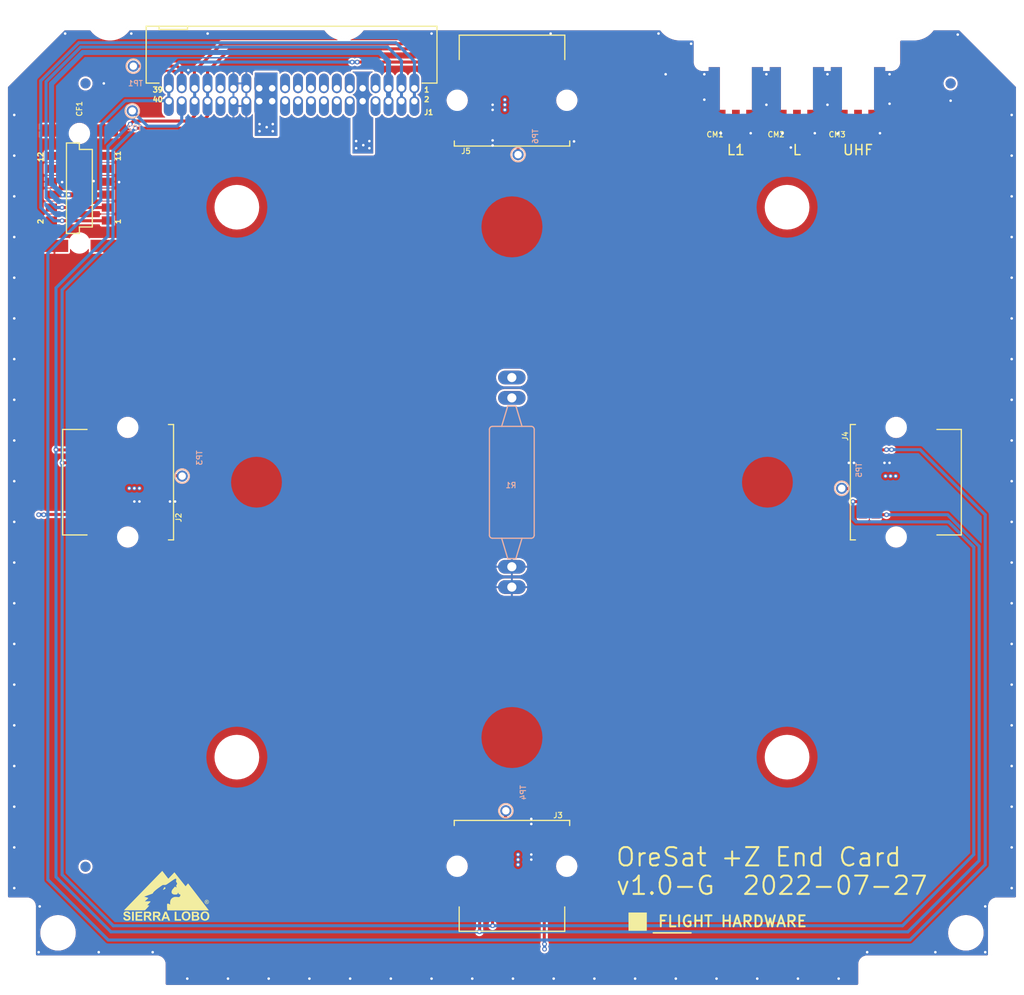
<source format=kicad_pcb>
(kicad_pcb (version 20211014) (generator pcbnew)
  (layers (0 "F.Cu" signal) (1 "In1.Cu" signal) (2 "In2.Cu" signal) (31 "B.Cu" signal) (34 "B.Paste" user) (35 "F.Paste" user) (36 "B.SilkS" user "B.Silkscreen") (37 "F.SilkS" user "F.Silkscreen") (38 "B.Mask" user) (39 "F.Mask" user) (44 "Edge.Cuts" user))
  (net 0 "")
  (net 1 "/CONNECTORS/MAG-SDA")
  (net 2 "GND")
  (net 3 "/CONNECTORS/MAG-SCL")
  (net 4 "/CONNECTORS/MAG-POWER")
  (net 9 "/L BAND/LBAND")
  (net 10 "/UHF/UHF")
  (net 17 "/CONNECTORS/~{SD}")
  (net 18 "/CONNECTORS/VBUS")
  (net 19 "Net-(J2-Pad7)")
  (net 20 "/CONNECTORS/CAN1_H")
  (net 21 "/CONNECTORS/CAN1_L")
  (net 22 "Net-(J3-Pad7)")
  (net 23 "Net-(J4-Pad7)")
  (net 24 "/CONNECTORS/C3-UART-TX")
  (net 25 "/CONNECTORS/C3-UART-RX")
  (net 26 "Net-(J5-Pad7)")
  (net 29 "/CONNECTORS/TURNSTILE-DEPLOY")
  (net 44 "/L1 BAND/L1BAND")
  (footprint "oresat-footprints:J-Harwin-M55-7101242R" (layer "F.Cu") (at 186.2511 102.5036 90)
    (fp_text reference "J4")
    (fp_text value "Harwin M55-7101242R" hide)
  )
  (footprint "oresat-footprints:J-MOLEX-SMPM-073300-003X" (layer "F.Cu") (at 176.5011 61.7036)
    (fp_text reference "CM2")
    (fp_text value "J-MOLEX-SMPM-73300-003X" hide)
  )
  (footprint "plusz-end-card-with-turnstile:1X01" (layer "F.Cu") (at 149.1011 70.3036 90)
    (fp_text reference "TP6")
    (fp_text value "TEST-POINT-LARGE-SQUARE" hide)
  )
  (footprint "oresat-footprints:H-MCMASTER-94100A150" (layer "F.Cu") (at 175.5311 129.5336)
    (fp_text reference "HW2" hide)
    (fp_text value "MCMASTER-94100A150" hide)
  )
  (footprint "oresat-footprints:H-MCMASTER-94100A150" (layer "F.Cu") (at 121.4711 75.4736)
    (fp_text reference "HW3" hide)
    (fp_text value "MCMASTER-94100A150" hide)
  )
  (footprint "oresat-footprints:J-MOLEX-SMPM-073300-003X" (layer "F.Cu") (at 182.5011 61.7036)
    (fp_text reference "CM3")
    (fp_text value "J-MOLEX-SMPM-73300-003X" hide)
  )
  (footprint "plusz-end-card-with-turnstile:1X01" (layer "F.Cu") (at 116.1011 101.9036 90)
    (fp_text reference "TP3")
    (fp_text value "TEST-POINT-LARGE-SQUARE" hide)
  )
  (footprint "oresat-footprints:J-Harwin-M55-7101242R" (layer "F.Cu") (at 148.5011 140.2536)
    (fp_text reference "J3")
    (fp_text value "Harwin M55-7101242R" hide)
  )
  (footprint "oresat-footprints:H-MCMASTER-94100A150" (layer "F.Cu") (at 121.4711 129.5336)
    (fp_text reference "HW4" hide)
    (fp_text value "MCMASTER-94100A150" hide)
  )
  (footprint "plusz-end-card-with-turnstile:ORESAT-CARD-V1.3-GENERIC-3RF" (layer "F.Cu") (at 98.601098 152.303607)
    (fp_text reference "PCB1" hide)
    (fp_text value "ORESAT-CARD-V1.3-GENERIC-3RF" hide)
    (fp_line (start 97.55 -8.6) (end 99.3 -8.6) (layer "Edge.Cuts") (width 0.001))
    (fp_line (start 31.66795 -94.6) (end 12.13205 -94.6) (layer "Edge.Cuts") (width 0.001))
    (fp_line (start 15.5 -2.4) (end 15.5 -0.5) (layer "Edge.Cuts") (width 0.001))
    (fp_line (start 82.81 -86.4) (end 84.99 -86.4) (layer "Edge.Cuts") (width 0.001))
    (fp_line (start 79.49 -86.9) (end 79.49 -90.6) (layer "Edge.Cuts") (width 0.001))
    (fp_line (start 89.4 -93.6) (end 88.16795 -93.6) (layer "Edge.Cuts") (width 0.001))
    (fp_line (start 68.13205 -93.1) (end 68.13205 -91.1) (layer "Edge.Cuts") (width 0.001))
    (fp_line (start 76.81 -86.4) (end 78.99 -86.4) (layer "Edge.Cuts") (width 0.001))
    (fp_line (start 3.25 -2.9) (end 15 -2.9) (layer "Edge.Cuts") (width 0.001))
    (fp_line (start 70.31 -90.6) (end 70.31 -86.9) (layer "Edge.Cuts") (width 0.001))
    (fp_line (start 76.31 -90.6) (end 73.49 -90.6) (layer "Edge.Cuts") (width 0.001))
    (fp_line (start 85.49 -86.9) (end 85.49 -90.6) (layer "Edge.Cuts") (width 0.001))
    (fp_line (start 94 -94.6) (end 91.13205 -94.6) (layer "Edge.Cuts") (width 0.001))
    (fp_line (start 66.4 -93.6) (end 67.63205 -93.6) (layer "Edge.Cuts") (width 0.001))
    (fp_line (start 82.31 -90.6) (end 79.49 -90.6) (layer "Edge.Cuts") (width 0.001))
    (fp_line (start 2.75 -8.1) (end 2.75 -3.4) (layer "Edge.Cuts") (width 0.001))
    (fp_line (start 5.8 -94.6) (end 0 -88.8) (layer "Edge.Cuts") (width 0.001))
    (fp_line (start 84.3 -0.5) (end 84.3 -2.4) (layer "Edge.Cuts") (width 0.001))
    (fp_line (start 82.31 -86.9) (end 82.31 -90.6) (layer "Edge.Cuts") (width 0.001))
    (fp_line (start 87.16795 -90.6) (end 85.49 -90.6) (layer "Edge.Cuts") (width 0.001))
    (fp_line (start 64.66795 -94.6) (end 35.13205 -94.6) (layer "Edge.Cuts") (width 0.001))
    (fp_line (start 97.05 -3.4) (end 97.05 -8.1) (layer "Edge.Cuts") (width 0.001))
    (fp_line (start 16 0) (end 83.8 0) (layer "Edge.Cuts") (width 0.001))
    (fp_line (start 87.66795 -93.1) (end 87.66795 -91.1) (layer "Edge.Cuts") (width 0.001))
    (fp_line (start 70.81 -86.4) (end 72.99 -86.4) (layer "Edge.Cuts") (width 0.001))
    (fp_line (start 76.31 -86.9) (end 76.31 -90.6) (layer "Edge.Cuts") (width 0.001))
    (fp_line (start 8.66795 -94.6) (end 5.8 -94.6) (layer "Edge.Cuts") (width 0.001))
    (fp_line (start 84.8 -2.9) (end 96.55 -2.9) (layer "Edge.Cuts") (width 0.001))
    (fp_line (start 68.63205 -90.6) (end 70.31 -90.6) (layer "Edge.Cuts") (width 0.001))
    (fp_line (start 73.49 -86.9) (end 73.49 -90.6) (layer "Edge.Cuts") (width 0.001))
    (fp_line (start 99.8 -9.1) (end 99.8 -88.8) (layer "Edge.Cuts") (width 0.001))
    (fp_line (start 0.5 -8.6) (end 2.25 -8.6) (layer "Edge.Cuts") (width 0.001))
    (fp_line (start 0 -88.8) (end 0 -9.1) (layer "Edge.Cuts") (width 0.001))
    (fp_line (start 99.8 -88.8) (end 94 -94.6) (layer "Edge.Cuts") (width 0.001))
    (fp_arc (start 0.5 -8.6) (mid 0.146447 -8.746447) (end 0 -9.1) (layer "Edge.Cuts") (width 0.001))
    (fp_arc (start 79.49 -86.9) (mid 79.343553 -86.546447) (end 78.99 -86.4) (layer "Edge.Cuts") (width 0.001))
    (fp_arc (start 85.49 -86.9) (mid 85.343553 -86.546447) (end 84.99 -86.4) (layer "Edge.Cuts") (width 0.001))
    (fp_arc (start 97.05 -3.4) (mid 96.903553 -3.046447) (end 96.55 -2.9) (layer "Edge.Cuts") (width 0.001))
    (fp_arc (start 16 0) (mid 15.646447 -0.146447) (end 15.5 -0.5) (layer "Edge.Cuts") (width 0.001))
    (fp_arc (start 91.132049 -94.6) (mid 90.399999 -93.86795) (end 89.4 -93.6) (layer "Edge.Cuts") (width 0.001))
    (fp_arc (start 66.399999 -93.6) (mid 65.4 -93.867949) (end 64.66795 -94.6) (layer "Edge.Cuts") (width 0.001))
    (fp_arc (start 99.8 -9.1) (mid 99.653553 -8.746447) (end 99.3 -8.6) (layer "Edge.Cuts") (width 0.001))
    (fp_arc (start 35.132049 -94.599999) (mid 33.399999 -93.600001) (end 31.66795 -94.6) (layer "Edge.Cuts") (width 0.001))
    (fp_arc (start 97.05 -8.1) (mid 97.196447 -8.453553) (end 97.55 -8.6) (layer "Edge.Cuts") (width 0.001))
    (fp_arc (start 70.81 -86.4) (mid 70.456447 -86.546447) (end 70.31 -86.9) (layer "Edge.Cuts") (width 0.001))
    (fp_arc (start 2.25 -8.6) (mid 2.603553 -8.453553) (end 2.75 -8.1) (layer "Edge.Cuts") (width 0.001))
    (fp_arc (start 82.81 -86.4) (mid 82.456447 -86.546447) (end 82.31 -86.9) (layer "Edge.Cuts") (width 0.001))
    (fp_arc (start 3.25 -2.9) (mid 2.896447 -3.046447) (end 2.75 -3.4) (layer "Edge.Cuts") (width 0.001))
    (fp_arc (start 84.3 -2.4) (mid 84.446447 -2.753553) (end 84.8 -2.9) (layer "Edge.Cuts") (width 0.001))
    (fp_arc (start 68.63205 -90.6) (mid 68.278522 -90.746472) (end 68.13205 -91.1) (layer "Edge.Cuts") (width 0.001))
    (fp_arc (start 84.3 -0.5) (mid 84.153553 -0.146447) (end 83.8 0) (layer "Edge.Cuts") (width 0.001))
    (fp_arc (start 87.66795 -91.1) (mid 87.521514 -90.746436) (end 87.16795 -90.6) (layer "Edge.Cuts") (width 0.001))
    (fp_arc (start 15 -2.9) (mid 15.353553 -2.753553) (end 15.5 -2.4) (layer "Edge.Cuts") (width 0.001))
    (fp_arc (start 73.49 -86.9) (mid 73.343553 -86.546447) (end 72.99 -86.4) (layer "Edge.Cuts") (width 0.001))
    (fp_arc (start 67.63205 -93.6) (mid 67.985578 -93.453528) (end 68.13205 -93.1) (layer "Edge.Cuts") (width 0.001))
    (fp_arc (start 87.66795 -93.1) (mid 87.814386 -93.453564) (end 88.16795 -93.6) (layer "Edge.Cuts") (width 0.001))
    (fp_arc (start 76.81 -86.4) (mid 76.456447 -86.546447) (end 76.31 -86.9) (layer "Edge.Cuts") (width 0.001))
    (fp_arc (start 12.132049 -94.599999) (mid 10.399999 -93.600001) (end 8.66795 -94.6) (layer "Edge.Cuts") (width 0.001))
  )
  (footprint "plusz-end-card-with-turnstile:1X01" (layer "F.Cu") (at 180.8988 103.1036 90)
    (fp_text reference "TP5")
    (fp_text value "TEST-POINT-LARGE-SQUARE" hide)
  )
  (footprint "oresat-footprints:J-SAMTEC-TFM-120-X1-XXX-D-RA" (layer "F.Cu") (at 126.8476 64.4144)
    (property "Value" "")
    (fp_text reference "J1")
    (fp_text value "J-SAMTEC-TFM-120-X1-XXX-D-RA")
  )
  (footprint "plusz-end-card-with-turnstile:FLIGHTMARKER_NEW_BOARDS" (layer "F.Cu") (at 160.2011 146.3036)
    (fp_text reference "U$1" hide)
    (fp_text value "FLIGHMARKERNEW" hide)
  )
  (footprint "oresat-footprints:J-MOLEX-SMPM-073300-003X" (layer "F.Cu") (at 170.501107 61.70361)
    (fp_text reference "CM1")
    (fp_text value "J-MOLEX-SMPM-73300-003X" hide)
  )
  (footprint "Foras_Promineo_Github_Local:Sierra_Lobo_Logo" (layer "F.Cu") (at 114.53 143.16)
    (fp_text reference "G***" hide)
    (fp_text value "LOGO" hide)
  )
  (footprint "plusz-end-card-with-turnstile:1X01" (layer "F.Cu") (at 111.3011 61.6036)
    (fp_text reference "TP1")
    (fp_text value "TEST-POINT-LARGE-SQUARE" hide)
  )
  (footprint "plusz-end-card-with-turnstile:1X01" (layer "F.Cu") (at 147.9011 134.8036 90)
    (fp_text reference "TP4")
    (fp_text value "TEST-POINT-LARGE-SQUARE" hide)
  )
  (footprint "oresat-footprints:J-Harwin-M55-7101242R" (layer "F.Cu") (at 110.7511 102.5036 -90)
    (fp_text reference "J2")
    (fp_text value "Harwin M55-7101242R" hide)
  )
  (footprint "plusz-end-card-with-turnstile:HARWIN-M55-60X1242R" (layer "F.Cu") (at 106.0011 73.6036 90)
    (fp_text reference "CF1")
    (fp_text value "J-HARWIN-M55-6001242R" hide)
  )
  (footprint "plusz-end-card-with-turnstile:FIDUCIAL-1.0X2.0" (layer "F.Cu") (at 191.6011 63.3036)
    (fp_text reference "FIDUCIAL3" hide)
    (fp_text value "FIDUCIAL-1.0X2.0" hide)
  )
  (footprint "oresat-footprints:H-MCMASTER-94100A150" (layer "F.Cu") (at 175.5311 75.4736)
    (fp_text reference "HW1" hide)
    (fp_text value "MCMASTER-94100A150" hide)
  )
  (footprint "plusz-end-card-with-turnstile:FIDUCIAL-1.0X2.0" (layer "F.Cu") (at 106.6011 140.3036)
    (fp_text reference "FIDUCIAL1" hide)
    (fp_text value "FIDUCIAL-1.0X2.0" hide)
  )
  (footprint "plusz-end-card-with-turnstile:1X01" (layer "F.Cu") (at 111.2011 66.0036)
    (fp_text reference "TP2")
    (fp_text value "TEST-POINT-LARGE-SQUARE" hide)
  )
  (footprint "plusz-end-card-with-turnstile:FIDUCIAL-1.0X2.0" (layer "F.Cu") (at 106.6011 63.3036)
    (fp_text reference "FIDUCIAL2" hide)
    (fp_text value "FIDUCIAL-1.0X2.0" hide)
  )
  (footprint "oresat-footprints:J-Harwin-M55-7101242R" (layer "F.Cu") (at 148.508 64.9594 180)
    (fp_text reference "J5")
    (fp_text value "Harwin M55-7101242R" hide)
  )
  (footprint "plusz-end-card-with-turnstile:FIDUCIAL-1.0X2.0" (layer "B.Cu") (at 106.6011 63.3036 180)
    (fp_text reference "FIDUCIAL4" hide)
    (fp_text value "FIDUCIAL-1.0X2.0" hide)
  )
  (footprint "plusz-end-card-with-turnstile:FIDUCIAL-1.0X2.0" (layer "B.Cu") (at 191.6011 63.3036 180)
    (fp_text reference "FIDUCIAL5" hide)
    (fp_text value "FIDUCIAL-1.0X2.0" hide)
  )
  (footprint "plusz-end-card-with-turnstile:FIDUCIAL-1.0X2.0" (layer "B.Cu") (at 106.6011 140.3036 180)
    (fp_text reference "FIDUCIAL6" hide)
    (fp_text value "FIDUCIAL-1.0X2.0" hide)
  )
  (footprint "oresat-footprints:R-PAC100-FOR-MELTWIRE" (layer "B.Cu") (at 148.4884 102.5144)
    (fp_text reference "R1")
    (fp_text value "7.5  1W" hide)
  )
  (gr_text "v1.0-G  2022-07-27" (at 158.601105 143.2036) (layer "F.SilkS") (effects (font (size 1.8 1.8) (thickness 0.2)) (justify left bottom)))
  (gr_text "OreSat +Z End Card" (at 158.601105 140.403605) (layer "F.SilkS") (effects (font (size 1.8 1.8) (thickness 0.2)) (justify left bottom)))
  (gr_text "L1\n" (at 170.499 69.85) (layer "F.SilkS") (effects (font (size 1 1))))
  (gr_text "L" (at 176.499 69.85) (layer "F.SilkS") (effects (font (size 1 1))))
  (gr_text "UHF" (at 182.499 69.85) (layer "F.SilkS") (effects (font (size 1 1))))
  (segment (start 108.7261 76.8036) (end 108.7511 76.7786) (width 0.3) (layer "F.Cu") (net 1))
  (segment (start 104.3011 76.8036) (end 108.7261 76.8036) (width 0.3) (layer "F.Cu") (net 1))
  (segment (start 104.3011 76.8036) (end 103.2761 76.8036) (width 0.3) (layer "F.Cu") (net 1))
  (segment (start 103.2761 76.8036) (end 103.2511 76.7786) (width 0.3) (layer "F.Cu") (net 1))
  (via (at 104.3011 76.8036) (size 0.4572) (drill 0.254) (layers "F.Cu" "B.Cu") (net 1))
  (segment (start 103.5011 76.8036) (end 104.3011 76.8036) (width 0.3) (layer "B.Cu") (net 1))
  (segment (start 138.9161 61.1186) (end 137.1011 59.3036) (width 0.3) (layer "B.Cu") (net 1))
  (segment (start 137.1011 59.3036) (end 105.9511 59.3036) (width 0.3) (layer "B.Cu") (net 1))
  (segment (start 138.9161 65.0386) (end 138.9161 63.7686) (width 0.3) (layer "B.Cu") (net 1))
  (segment (start 138.9161 63.7686) (end 138.9161 61.1186) (width 0.3) (layer "B.Cu") (net 1))
  (segment (start 102.2011 63.0536) (end 102.2011 75.5036) (width 0.3) (layer "B.Cu") (net 1))
  (segment (start 102.2011 75.5036) (end 103.5011 76.8036) (width 0.3) (layer "B.Cu") (net 1))
  (segment (start 105.9511 59.3036) (end 102.2011 63.0536) (width 0.3) (layer "B.Cu") (net 1))
  (segment (start 114.0211 104.4086) (end 112.7511 104.4086) (width 0.6) (layer "F.Cu") (net 2))
  (segment (start 114.8961 104.4086) (end 114.0211 104.4086) (width 0.6) (layer "F.Cu") (net 2))
  (segment (start 114.9011 104.4036) (end 114.8961 104.4086) (width 0.6) (layer "F.Cu") (net 2))
  (segment (start 146.5961 68.0236) (end 146.5961 66.7536) (width 0.6) (layer "F.Cu") (net 2))
  (segment (start 182.9811 100.5986) (end 184.2511 100.5986) (width 0.6) (layer "F.Cu") (net 2))
  (segment (start 146.6011 68.9036) (end 146.6011 68.0286) (width 0.6) (layer "F.Cu") (net 2))
  (segment (start 111.9011 104.4036) (end 111.4011 104.4036) (width 0.6) (layer "F.Cu") (net 2))
  (segment (start 150.4061 139.0986) (end 150.4011 139.1036) (width 0.6) (layer "F.Cu") (net 2))
  (segment (start 115.4011 104.4036) (end 114.9011 104.4036) (width 0.6) (layer "F.Cu") (net 2))
  (segment (start 146.6011 65.9036) (end 146.6011 65.4036) (width 0.6) (layer "F.Cu") (net 2))
  (segment (start 146.5961 66.7536) (end 146.5961 65.9086) (width 0.6) (layer "F.Cu") (net 2))
  (segment (start 146.5961 65.9086) (end 146.6011 65.9036) (width 0.6) (layer "F.Cu") (net 2))
  (segment (start 185.3961 100.5986) (end 185.4011 100.6036) (width 0.5) (layer "F.Cu") (net 2))
  (segment (start 150.4061 138.2536) (end 150.4061 139.0986) (width 0.6) (layer "F.Cu") (net 2))
  (segment (start 185.0961 100.5986) (end 185.1011 100.6036) (width 0.6) (layer "F.Cu") (net 2))
  (segment (start 150.4011 136.1036) (end 150.4061 136.1086) (width 0.6) (layer "F.Cu") (net 2))
  (segment (start 150.4061 136.1086) (end 150.4061 136.9836) (width 0.6) (layer "F.Cu") (net 2))
  (segment (start 146.6011 69.4036) (end 146.6011 68.9036) (width 0.6) (layer "F.Cu") (net 2))
  (segment (start 112.7511 104.4086) (end 111.9061 104.4086) (width 0.6) (layer "F.Cu") (net 2))
  (segment (start 184.2511 100.5986) (end 185.0961 100.5986) (width 0.6) (layer "F.Cu") (net 2))
  (segment (start 181.7961 100.5986) (end 181.7011 100.5036) (width 0.5) (layer "F.Cu") (net 2))
  (segment (start 182.1011 100.6036) (end 182.1061 100.5986) (width 0.6) (layer "F.Cu") (net 2))
  (segment (start 146.6011 68.0286) (end 146.5961 68.0236) (width 0.6) (layer "F.Cu") (net 2))
  (segment (start 111.9061 104.4086) (end 111.9011 104.4036) (width 0.6) (layer "F.Cu") (net 2))
  (segment (start 182.1061 100.5986) (end 182.9811 100.5986) (width 0.6) (layer "F.Cu") (net 2))
  (segment (start 150.4061 136.9836) (end 150.4061 138.2536) (width 0.6) (layer "F.Cu") (net 2))
  (via (at 146.6011 65.4036) (size 0.4572) (drill 0.254) (layers "F.Cu" "B.Cu") (net 2))
  (via (at 197.6011 90.4036) (size 0.4572) (drill 0.254) (layers "F.Cu" "B.Cu") (net 2))
  (via (at 99.6011 114.4036) (size 0.4572) (drill 0.254) (layers "F.Cu" "B.Cu") (net 2))
  (via (at 140.6011 58.4036) (size 0.4572) (drill 0.254) (layers "F.Cu" "B.Cu") (net 2))
  (via (at 171.958 68.199) (size 0.4572) (drill 0.254) (layers "F.Cu" "B.Cu") (net 2))
  (via (at 107.9011 148.7036) (size 0.4572) (drill 0.254) (layers "F.Cu" "B.Cu") (net 2))
  (via (at 109.9011 73.0036) (size 0.4572) (drill 0.254) (layers "F.Cu" "B.Cu") (net 2))
  (via (at 99.6011 102.4036) (size 0.4572) (drill 0.254) (layers "F.Cu" "B.Cu") (net 2))
  (via (at 99.6011 122.4036) (size 0.4572) (drill 0.254) (layers "F.Cu" "B.Cu") (net 2))
  (via (at 182.1011 100.6036) (size 0.4572) (drill 0.254) (layers "F.Cu" "B.Cu") (net 2))
  (via (at 166.1011 59.4036) (size 0.4572) (drill 0.254) (layers "F.Cu" "B.Cu") (net 2))
  (via (at 197.6011 142.4036) (size 0.4572) (drill 0.254) (layers "F.Cu" "B.Cu") (net 2))
  (via (at 146.6011 68.9036) (size 0.4572) (drill 0.254) (layers "F.Cu" "B.Cu") (net 2))
  (via (at 197.6011 66.4036) (size 0.4572) (drill 0.254) (layers "F.Cu" "B.Cu") (net 2))
  (via (at 197.6011 106.4036) (size 0.4572) (drill 0.254) (layers "F.Cu" "B.Cu") (net 2))
  (via (at 99.6011 70.4036) (size 0.4572) (drill 0.254) (layers "F.Cu" "B.Cu") (net 2))
  (via (at 190.1011 148.7036) (size 0.4572) (drill 0.254) (layers "F.Cu" "B.Cu") (net 2))
  (via (at 183.4011 148.7036) (size 0.4572) (drill 0.254) (layers "F.Cu" "B.Cu") (net 2))
  (via (at 140.6011 151.3036) (size 0.4572) (drill 0.254) (layers "F.Cu" "B.Cu") (net 2))
  (via (at 114.9011 104.4036) (size 0.4572) (drill 0.254) (layers "F.Cu" "B.Cu") (net 2))
  (via (at 99.6011 90.4036) (size 0.4572) (drill 0.254) (layers "F.Cu" "B.Cu") (net 2))
  (via (at 197.6011 98.4036) (size 0.4572) (drill 0.254) (layers "F.Cu" "B.Cu") (net 2))
  (via (at 173.5011 62.4036) (size 0.4572) (drill 0.254) (layers "F.Cu" "B.Cu") (net 2))
  (via (at 99.6011 86.4036) (size 0.4572) (drill 0.254) (layers "F.Cu" "B.Cu") (net 2))
  (via (at 167.4011 62.4036) (size 0.4572) (drill 0.254) (layers "F.Cu" "B.Cu") (net 2))
  (via (at 113.2011 148.7036) (size 0.4572) (drill 0.254) (layers "F.Cu" "B.Cu") (net 2))
  (via (at 197.6011 94.4036) (size 0.4572) (drill 0.254) (layers "F.Cu" "B.Cu") (net 2))
  (via (at 111.4011 104.4036) (size 0.4572) (drill 0.254) (layers "F.Cu" "B.Cu") (net 2))
  (via (at 180.6011 151.3036) (size 0.4572) (drill 0.254) (layers "F.Cu" "B.Cu") (net 2))
  (via (at 197.6011 86.4036) (size 0.4572) (drill 0.254) (layers "F.Cu" "B.Cu") (net 2))
  (via (at 99.6011 82.4036) (size 0.4572) (drill 0.254) (layers "F.Cu" "B.Cu") (net 2))
  (via (at 185.6011 100.6036) (size 0.4572) (drill 0.254) (layers "F.Cu" "B.Cu") (net 2))
  (via (at 120.6011 151.3036) (size 0.4572) (drill 0.254) (layers "F.Cu" "B.Cu") (net 2))
  (via (at 197.6011 122.4036) (size 0.4572) (drill 0.254) (layers "F.Cu" "B.Cu") (net 2))
  (via (at 146.6011 65.9036) (size 0.4572) (drill 0.254) (layers "F.Cu" "B.Cu") (net 2))
  (via (at 104.3011 73.0036) (size 0.4572) (drill 0.254) (layers "F.Cu" "B.Cu") (net 2))
  (via (at 197.6011 82.4036) (size 0.4572) (drill 0.254) (layers "F.Cu" "B.Cu") (net 2))
  (via (at 184.658 68.199) (size 0.4572) (drill 0.254) (layers "F.Cu" "B.Cu") (net 2))
  (via (at 111.1011 58.4036) (size 0.4572) (drill 0.254) (layers "F.Cu" "B.Cu") (net 2))
  (via (at 144.6011 151.3036) (size 0.4572) (drill 0.254) (layers "F.Cu" "B.Cu") (net 2))
  (via (at 185.6011 65.3036) (size 0.4572) (drill 0.254) (layers "F.Cu" "B.Cu") (net 2))
  (via (at 128.6011 151.3036) (size 0.4572) (drill 0.254) (layers "F.Cu" "B.Cu") (net 2))
  (via (at 156.6011 151.3036) (size 0.4572) (drill 0.254) (layers "F.Cu" "B.Cu") (net 2))
  (via (at 178.2572 68.199) (size 0.4572) (drill 0.254) (layers "F.Cu" "B.Cu") (net 2))
  (via (at 167.4011 64.9036) (size 0.4572) (drill 0.254) (layers "F.Cu" "B.Cu") (net 2))
  (via (at 150.4011 139.6036) (size 0.4572) (drill 0.254) (layers "F.Cu" "B.Cu") (net 2))
  (via (at 163.6011 62.4036) (size 0.4572) (drill 0.254) (layers "F.Cu" "B.Cu") (net 2))
  (via (at 169.037 68.199) (size 0.4572) (drill 0.254) (layers "F.Cu" "B.Cu") (net 2))
  (via (at 197.6011 114.4036) (size 0.4572) (drill 0.254) (layers "F.Cu" "B.Cu") (net 2))
  (via (at 99.6011 74.4036) (size 0.4572) (drill 0.254) (layers "F.Cu" "B.Cu") (net 2))
  (via (at 99.6011 106.4036) (size 0.4572) (drill 0.254) (layers "F.Cu" "B.Cu") (net 2))
  (via (at 99.6011 118.4036) (size 0.4572) (drill 0.254) (layers "F.Cu" "B.Cu") (net 2))
  (via (at 104.6011 58.4036) (size 0.4572) (drill 0.254) (layers "F.Cu" "B.Cu") (net 2))
  (via (at 99.6011 142.4036) (size 0.4572) (drill 0.254) (layers "F.Cu" "B.Cu") (net 2))
  (via (at 102.1011 144.2036) (size 0.4572) (drill 0.254) (layers "F.Cu" "B.Cu") (net 2))
  (via (at 185.6011 62.4036) (size 0.4572) (drill 0.254) (layers "F.Cu" "B.Cu") (net 2))
  (via (at 197.6011 74.4036) (size 0.4572) (drill 0.254) (layers "F.Cu" "B.Cu") (net 2))
  (via (at 108.4011 63.3036) (size 0.4572) (drill 0.254) (layers "F.Cu" "B.Cu") (net 2))
  (via (at 179.5011 65.4036) (size 0.4572) (drill 0.254) (layers "F.Cu" "B.Cu") (net 2))
  (via (at 116.6011 151.3036) (size 0.4572) (drill 0.254) (layers "F.Cu" "B.Cu") (net 2))
  (via (at 124.6011 151.3036) (size 0.4572) (drill 0.254) (layers "F.Cu" "B.Cu") (net 2))
  (via (at 172.6011 151.3036) (size 0.4572) (drill 0.254) (layers "F.Cu" "B.Cu") (net 2))
  (via (at 99.6011 134.4036) (size 0.4572) (drill 0.254) (layers "F.Cu" "B.Cu") (net 2))
  (via (at 179.5011 62.4036) (size 0.4572) (drill 0.254) (layers "F.Cu" "B.Cu") (net 2))
  (via (at 180.5432 68.199) (size 0.4572) (drill 0.254) (layers "F.Cu" "B.Cu") (net 2))
  (via (at 197.6011 130.4036) (size 0.4572) (drill 0.254) (layers "F.Cu" "B.Cu") (net 2))
  (via (at 197.6011 110.4036) (size 0.4572) (drill 0.254) (layers "F.Cu" "B.Cu") (net 2))
  (via (at 197.6011 138.4036) (size 0.4572) (drill 0.254) (layers "F.Cu" "B.Cu") (net 2))
  (via (at 150.4011 135.6036) (size 0.4572) (drill 0.254) (layers "F.Cu" "B.Cu") (net 2))
  (via (at 175.9011 69.6036) (size 0.4572) (drill 0.254) (layers "F.Cu" "B.Cu") (net 2))
  (via (at 164.6011 151.3036) (size 0.4572) (drill 0.254) (layers "F.Cu" "B.Cu") (net 2))
  (via (at 118.6011 58.4036) (size 0.4572) (drill 0.254) (layers "F.Cu" "B.Cu") (net 2))
  (via (at 152.3011 58.4036) (size 0.4572) (drill 0.254) (layers "F.Cu" "B.Cu") (net 2))
  (via (at 111.9011 104.4036) (size 0.4572) (drill 0.254) (layers "F.Cu" "B.Cu") (net 2))
  (via (at 99.6011 78.4036) (size 0.4572) (drill 0.254) (layers "F.Cu" "B.Cu") (net 2))
  (via (at 150.4011 136.1036) (size 0.4572) (drill 0.254) (layers "F.Cu" "B.Cu") (net 2))
  (via (at 99.6011 126.4036) (size 0.4572) (drill 0.254) (layers "F.Cu" "B.Cu") (net 2))
  (via (at 197.6011 134.4036) (size 0.4572) (drill 0.254) (layers "F.Cu" "B.Cu") (net 2))
  (via (at 192.3011 58.5036) (size 0.4572) (drill 0.254) (layers "F.Cu" "B.Cu") (net 2))
  (via (at 136.6011 151.3036) (size 0.4572) (drill 0.254) (layers "F.Cu" "B.Cu") (net 2))
  (via (at 99.6011 98.4036) (size 0.4572) (drill 0.254) (layers "F.Cu" "B.Cu") (net 2))
  (via (at 197.6011 126.4036) (size 0.4572) (drill 0.254) (layers "F.Cu" "B.Cu") (net 2))
  (via (at 195.0011 148.7036) (size 0.4572) (drill 0.254) (layers "F.Cu" "B.Cu") (net 2))
  (via (at 176.6011 151.3036) (size 0.4572) (drill 0.254) (layers "F.Cu" "B.Cu") (net 2))
  (via (at 107.4011 72.9036) (size 0.4572) (drill 0.254) (layers "F.Cu" "B.Cu") (net 2))
  (via (at 185.1011 100.6036) (size 0.4572) (drill 0.254) (layers "F.Cu" "B.Cu") (net 2))
  (via (at 162.9011 58.4036) (size 0.4572) (drill 0.254) (layers "F.Cu" "B.Cu") (net 2))
  (via (at 160.6011 151.3036) (size 0.4572) (drill 0.254) (layers "F.Cu" "B.Cu") (net 2))
  (via (at 115.4011 104.4036) (size 0.4572) (drill 0.254) (layers "F.Cu" "B.Cu") (net 2))
  (via (at 99.6011 66.4036) (size 0.4572) (drill 0.254) (layers "F.Cu" "B.Cu") (net 2))
  (via (at 175.0568 68.199) (size 0.4572) (drill 0.254) (layers "F.Cu" "B.Cu") (net 2))
  (via (at 197.6011 102.4036) (size 0.4572) (drill 0.254) (layers "F.Cu" "B.Cu") (net 2))
  (via (at 150.4011 139.1036) (size 0.4572) (drill 0.254) (layers "F.Cu" "B.Cu") (net 2))
  (via (at 197.6011 78.4036) (size 0.4572) (drill 0.254) (layers "F.Cu" "B.Cu") (net 2))
  (via (at 116.7011 62.0036) (size 0.4572) (drill 0.254) (layers "F.Cu" "B.Cu") (net 2))
  (via (at 168.6011 151.3036) (size 0.4572) (drill 0.254) (layers "F.Cu" "B.Cu") (net 2))
  (via (at 146.6011 69.4036) (size 0.4572) (drill 0.254) (layers "F.Cu" "B.Cu") (net 2))
  (via (at 99.6011 138.4036) (size 0.4572) (drill 0.254) (layers "F.Cu" "B.Cu") (net 2))
  (via (at 197.6011 70.4036) (size 0.4572) (drill 0.254) (layers "F.Cu" "B.Cu") (net 2))
  (via (at 102.0011 148.7036) (size 0.4572) (drill 0.254) (layers "F.Cu" "B.Cu") (net 2))
  (via (at 132.6011 151.3036) (size 0.4572) (drill 0.254) (layers "F.Cu" "B.Cu") (net 2))
  (via (at 148.6011 151.3036) (size 0.4572) (drill 0.254) (layers "F.Cu" "B.Cu") (net 2))
  (via (at 99.6011 110.4036) (size 0.4572) (drill 0.254) (layers "F.Cu" "B.Cu") (net 2))
  (via (at 152.6011 151.3036) (size 0.4572) (drill 0.254) (layers "F.Cu" "B.Cu") (net 2))
  (via (at 99.6011 130.4036) (size 0.4572) (drill 0.254) (layers "F.Cu" "B.Cu") (net 2))
  (via (at 197.6011 118.4036) (size 0.4572) (drill 0.254) (layers "F.Cu" "B.Cu") (net 2))
  (via (at 173.5011 65.4036) (size 0.4572) (drill 0.254) (layers "F.Cu" "B.Cu") (net 2))
  (via (at 99.6011 94.4036) (size 0.4572) (drill 0.254) (layers "F.Cu" "B.Cu") (net 2))
  (via (at 154.6011 69.0036) (size 0.4572) (drill 0.254) (layers "F.Cu" "B.Cu") (net 2))
  (via (at 191.6011 65.0036) (size 0.4572) (drill 0.254) (layers "F.Cu" "B.Cu") (net 2))
  (via (at 181.6011 100.6036) (size 0.4572) (drill 0.254) (layers "F.Cu" "B.Cu") (net 2))
  (via (at 195.0011 144.2036) (size 0.4572) (drill 0.254) (layers "F.Cu" "B.Cu") (net 2))
  (segment (start 104.3011 75.5036) (end 103.2561 75.5036) (width 0.3) (layer "F.Cu") (net 3))
  (segment (start 103.2561 75.5036) (end 103.2511 75.5086) (width 0.3) (layer "F.Cu") (net 3))
  (segment (start 108.7461 75.5036) (end 108.7511 75.5086) (width 0.3) (layer "F.Cu") (net 3))
  (segment (start 104.3011 75.5036) (end 108.7461 75.5036) (width 0.3) (layer "F.Cu") (net 3))
  (via (at 104.3011 75.5036) (size 0.4572) (drill 0.254) (layers "F.Cu" "B.Cu") (net 3))
  (segment (start 102.728037 74.530538) (end 103.7011 75.5036) (width 0.3) (layer "B.Cu") (net 3))
  (segment (start 137.6461 61.0756) (end 136.3011 59.7306) (width 0.3) (layer "B.Cu") (net 3))
  (segment (start 137.6461 63.7686) (end 137.6461 65.0386) (width 0.3) (layer "B.Cu") (net 3))
  (segment (start 103.7011 75.5036) (end 104.3011 75.5036) (width 0.3) (layer "B.Cu") (net 3))
  (segment (start 137.6461 63.7686) (end 137.6461 61.0756) (width 0.3) (layer "B.Cu") (net 3))
  (segment (start 136.3011 59.7306) (end 106.127975 59.7306) (width 0.3) (layer "B.Cu") (net 3))
  (segment (start 106.127975 59.7306) (end 102.728037 63.130538) (width 0.3) (layer "B.Cu") (net 3))
  (segment (start 102.728037 63.130538) (end 102.728037 74.530538) (width 0.3) (layer "B.Cu") (net 3))
  (segment (start 108.7361 74.2536) (end 108.7511 74.2386) (width 0.5) (layer "F.Cu") (net 4))
  (segment (start 103.2661 74.2536) (end 103.2511 74.2386) (width 0.5) (layer "F.Cu") (net 4))
  (segment (start 104.3511 74.2536) (end 108.7361 74.2536) (width 0.5) (layer "F.Cu") (net 4))
  (segment (start 104.3511 74.2536) (end 103.2661 74.2536) (width 0.5) (layer "F.Cu") (net 4))
  (via (at 104.3511 74.2536) (size 0.4572) (drill 0.254) (layers "F.Cu" "B.Cu") (net 4))
  (via (at 104.9511 74.2536) (size 0.4572) (drill 0.254) (layers "F.Cu" "B.Cu") (net 4))
  (segment (start 104.3511 74.2536) (end 104.9511 74.2536) (width 0.5) (layer "B.Cu") (net 4))
  (segment (start 136.3761 61.1326) (end 135.5011 60.2576) (width 0.5) (layer "B.Cu") (net 4))
  (segment (start 103.255037 63.348832) (end 103.255037 73.157538) (width 0.5) (layer "B.Cu") (net 4))
  (segment (start 106.346268 60.2576) (end 103.255037 63.348832) (width 0.5) (layer "B.Cu") (net 4))
  (segment (start 136.3761 63.7686) (end 136.3761 61.1326) (width 0.5) (layer "B.Cu") (net 4))
  (segment (start 103.255037 73.157538) (end 104.3511 74.2536) (width 0.5) (layer "B.Cu") (net 4))
  (segment (start 135.5011 60.2576) (end 106.346268 60.2576) (width 0.5) (layer "B.Cu") (net 4))
  (segment (start 136.3761 65.0386) (end 136.3761 63.7686) (width 0.5) (layer "B.Cu") (net 4))
  (segment (start 185.3011 99.3286) (end 185.3011 99.3036) (width 0.3) (layer "F.Cu") (net 17))
  (segment (start 151.7011 147.9036) (end 151.7011 148.4036) (width 0.3) (layer "F.Cu") (net 17))
  (segment (start 102.0261 105.6786) (end 102.0011 105.7036) (width 0.3) (layer "F.Cu") (net 17))
  (segment (start 151.6761 136.9836) (end 151.6761 138.2536) (width 0.3) (layer "F.Cu") (net 17))
  (segment (start 145.3261 61.6286) (end 144.2011 60.5036) (width 0.3) (layer "F.Cu") (net 17))
  (segment (start 145.3261 66.7536) (end 145.3261 61.6286) (width 0.3) (layer "F.Cu") (net 17))
  (segment (start 185.8011 99.3036) (end 185.3011 99.3036) (width 0.3) (layer "F.Cu") (net 17))
  (segment (start 144.2011 60.5036) (end 140.7011 60.5036) (width 0.3) (layer "F.Cu") (net 17))
  (segment (start 182.9811 99.3286) (end 184.2511 99.3286) (width 0.3) (layer "F.Cu") (net 17))
  (segment (start 151.6761 138.2536) (end 151.6761 147.878604) (width 0.3) (layer "F.Cu") (net 17))
  (segment (start 140.7011 60.5036) (end 140.0011 61.2036) (width 0.3) (layer "F.Cu") (net 17))
  (segment (start 140.0011 61.2036) (end 132.8011 61.2036) (width 0.3) (layer "F.Cu") (net 17))
  (segment (start 151.7011 147.9036) (end 151.6761 147.878604) (width 0.3) (layer "F.Cu") (net 17))
  (segment (start 145.3261 68.0236) (end 145.3261 66.7536) (width 0.3) (layer "F.Cu") (net 17))
  (segment (start 184.2511 99.3286) (end 185.3011 99.3286) (width 0.3) (layer "F.Cu") (net 17))
  (segment (start 112.7511 105.6786) (end 102.0261 105.6786) (width 0.3) (layer "F.Cu") (net 17))
  (segment (start 114.0211 105.6786) (end 112.7511 105.6786) (width 0.3) (layer "F.Cu") (net 17))
  (via (at 133.3011 61.2036) (size 0.4572) (drill 0.254) (layers "F.Cu" "B.Cu") (net 17))
  (via (at 102.5011 105.7036) (size 0.4572) (drill 0.254) (layers "F.Cu" "B.Cu") (net 17))
  (via (at 185.8011 99.3036) (size 0.4572) (drill 0.254) (layers "F.Cu" "B.Cu") (net 17))
  (via (at 151.7011 147.9036) (size 0.4572) (drill 0.254) (layers "F.Cu" "B.Cu") (net 17))
  (via (at 185.3011 99.3036) (size 0.4572) (drill 0.254) (layers "F.Cu" "B.Cu") (net 17))
  (via (at 151.7011 148.4036) (size 0.4572) (drill 0.254) (layers "F.Cu" "B.Cu") (net 17))
  (via (at 102.0011 105.7036) (size 0.4572) (drill 0.254) (layers "F.Cu" "B.Cu") (net 17))
  (via (at 132.8011 61.2036) (size 0.4572) (drill 0.254) (layers "F.Cu" "B.Cu") (net 17))
  (segment (start 110.5011 65.0036) (end 114.7511 65.0036) (width 0.3) (layer "B.Cu") (net 17))
  (segment (start 187.6011 147.5036) (end 151.7011 147.5036) (width 0.3) (layer "B.Cu") (net 17))
  (segment (start 151.7011 147.5036) (end 151.7011 147.9036) (width 0.3) (layer "B.Cu") (net 17))
  (segment (start 114.7861 63.7686) (end 114.7861 65.0386) (width 0.3) (layer "B.Cu") (net 17))
  (segment (start 187.6011 147.5036) (end 195.0011 140.1036) (width 0.3) (layer "B.Cu") (net 17))
  (segment (start 102.9011 105.7036) (end 102.9011 80.0036) (width 0.3) (layer "B.Cu") (net 17))
  (segment (start 132.8011 61.2036) (end 115.8011 61.2036) (width 0.3) (layer "B.Cu") (net 17))
  (segment (start 108.8326 147.5036) (end 102.9011 141.5721) (width 0.3) (layer "B.Cu") (net 17))
  (segment (start 185.3011 99.3036) (end 188.6011 99.3036) (width 0.3) (layer "B.Cu") (net 17))
  (segment (start 102.9011 105.7036) (end 102.5011 105.7036) (width 0.3) (layer "B.Cu") (net 17))
  (segment (start 102.5011 105.7036) (end 102.0011 105.7036) (width 0.3) (layer "B.Cu") (net 17))
  (segment (start 108.1011 67.4036) (end 110.5011 65.0036) (width 0.3) (layer "B.Cu") (net 17))
  (segment (start 151.7011 147.5036) (end 108.8326 147.5036) (width 0.3) (layer "B.Cu") (net 17))
  (segment (start 114.7511 65.0036) (end 114.7861 65.0386) (width 0.3) (layer "B.Cu") (net 17))
  (segment (start 102.9011 80.0036) (end 108.1011 74.8036) (width 0.3) (layer "B.Cu") (net 17))
  (segment (start 102.9011 141.5721) (end 102.9011 105.7036) (width 0.3) (layer "B.Cu") (net 17))
  (segment (start 151.7011 147.9036) (end 151.7011 148.4036) (width 0.3) (layer "B.Cu") (net 17))
  (segment (start 188.6011 99.3036) (end 195.0011 105.7036) (width 0.3) (layer "B.Cu") (net 17))
  (segment (start 114.7861 63.7686) (end 114.7861 62.2186) (width 0.3) (layer "B.Cu") (net 17))
  (segment (start 115.8011 61.2036) (end 114.7861 62.2186) (width 0.3) (layer "B.Cu") (net 17))
  (segment (start 133.3011 61.2036) (end 132.8011 61.2036) (width 0.3) (layer "B.Cu") (net 17))
  (segment (start 195.0011 140.1036) (end 195.0011 105.7036) (width 0.3) (layer "B.Cu") (net 17))
  (segment (start 108.1011 67.4036) (end 108.1011 74.8036) (width 0.3) (layer "B.Cu") (net 17))
  (segment (start 147.8661 68.0236) (end 147.8661 66.7536) (width 0.5) (layer "F.Cu") (net 18))
  (via (at 147.8011 64.9036) (size 0.4572) (drill 0.254) (layers "F.Cu" "B.Cu") (net 18))
  (via (at 186.2011 101.9036) (size 0.4572) (drill 0.254) (layers "F.Cu" "B.Cu") (net 18))
  (via (at 149.1011 140.1036) (size 0.4572) (drill 0.254) (layers "F.Cu" "B.Cu") (net 18))
  (via (at 123.7011 67.3036) (size 0.4572) (drill 0.254) (layers "F.Cu" "B.Cu") (net 18))
  (via (at 123.7011 68.0036) (size 0.4572) (drill 0.254) (layers "F.Cu" "B.Cu") (net 18))
  (via (at 124.4011 67.6036) (size 0.4572) (drill 0.254) (layers "F.Cu" "B.Cu") (net 18))
  (via (at 111.4011 103.1036) (size 0.4572) (drill 0.254) (layers "F.Cu" "B.Cu") (net 18))
  (via (at 149.1011 139.1036) (size 0.4572) (drill 0.254) (layers "F.Cu" "B.Cu") (net 18))
  (via (at 111.9011 103.1036) (size 0.4572) (drill 0.254) (layers "F.Cu" "B.Cu") (net 18))
  (via (at 125.0011 68.0036) (size 0.4572) (drill 0.254) (layers "F.Cu" "B.Cu") (net 18))
  (via (at 149.1011 139.6036) (size 0.4572) (drill 0.254) (layers "F.Cu" "B.Cu") (net 18))
  (via (at 125.0011 67.3036) (size 0.4572) (drill 0.254) (layers "F.Cu" "B.Cu") (net 18))
  (via (at 147.8011 65.9036) (size 0.4572) (drill 0.254) (layers "F.Cu" "B.Cu") (net 18))
  (via (at 185.2011 101.9036) (size 0.4572) (drill 0.254) (layers "F.Cu" "B.Cu") (net 18))
  (via (at 185.7011 101.9036) (size 0.4572) (drill 0.254) (layers "F.Cu" "B.Cu") (net 18))
  (via (at 110.9011 103.1036) (size 0.4572) (drill 0.254) (layers "F.Cu" "B.Cu") (net 18))
  (via (at 147.8011 65.4036) (size 0.4572) (drill 0.254) (layers "F.Cu" "B.Cu") (net 18))
  (segment (start 116.0661 101.8686) (end 116.1011 101.9036) (width 0.3) (layer "F.Cu") (net 19))
  (segment (start 112.7511 101.8686) (end 114.0211 101.8686) (width 0.3) (layer "F.Cu") (net 19))
  (segment (start 114.0211 101.8686) (end 116.0661 101.8686) (width 0.3) (layer "F.Cu") (net 19))
  (segment (start 104.3061 100.5986) (end 104.3011 100.6036) (width 0.3) (layer "F.Cu") (net 20))
  (segment (start 118.5961 62.1086) (end 118.5961 63.7686) (width 0.3) (layer "F.Cu") (net 20))
  (segment (start 150.4061 64.6086) (end 145.7011 59.9036) (width 0.3) (layer "F.Cu") (net 20))
  (segment (start 146.5961 138.2536) (end 146.5961 146.1036) (width 0.3) (layer "F.Cu") (net 20))
  (segment (start 150.4061 66.7536) (end 150.4061 64.6086) (width 0.3) (layer "F.Cu") (net 20))
  (segment (start 150.4061 68.0236) (end 150.4061 66.7536) (width 0.3) (layer "F.Cu") (net 20))
  (segment (start 112.7511 100.5986) (end 104.3061 100.5986) (width 0.3) (layer "F.Cu") (net 20))
  (segment (start 120.8011 59.9036) (end 118.5961 62.1086) (width 0.3) (layer "F.Cu") (net 20))
  (segment (start 182.9811 104.4086) (end 182.0011 104.4086) (width 0.3) (layer "F.Cu") (net 20))
  (segment (start 114.0211 100.5986) (end 112.7511 100.5986) (width 0.3) (layer "F.Cu") (net 20))
  (segment (start 145.7011 59.9036) (end 120.8011 59.9036) (width 0.3) (layer "F.Cu") (net 20))
  (segment (start 117.4011 67.7036) (end 111.5011 67.7036) (width 0.3) (layer "F.Cu") (net 20))
  (segment (start 118.5961 65.0386) (end 118.5961 66.5086) (width 0.3) (layer "F.Cu") (net 20))
  (segment (start 146.5961 146.1036) (end 146.6011 146.1036) (width 0.3) (layer "F.Cu") (net 20))
  (segment (start 182.0011 104.4086) (end 182.0011 104.4036) (width 0.3) (layer "F.Cu") (net 20))
  (segment (start 118.5961 66.5086) (end 117.4011 67.7036) (width 0.3) (layer "F.Cu") (net 20))
  (segment (start 146.5961 136.9836) (end 146.5961 138.2536) (width 0.3) (layer "F.Cu") (net 20))
  (segment (start 184.2511 104.4086) (end 182.9811 104.4086) (width 0.3) (layer "F.Cu") (net 20))
  (via (at 104.3011 100.6036) (size 0.4572) (drill 0.254) (layers "F.Cu" "B.Cu") (net 20))
  (via (at 182.0011 104.4036) (size 0.4572) (drill 0.254) (layers "F.Cu" "B.Cu") (net 20))
  (via (at 146.6011 146.1036) (size 0.4572) (drill 0.254) (layers "F.Cu" "B.Cu") (net 20))
  (via (at 111.5011 67.7036) (size 0.4572) (drill 0.254) (layers "F.Cu" "B.Cu") (net 20))
  (segment (start 104.3011 100.6036) (end 104.3011 141.0766) (width 0.3) (layer "B.Cu") (net 20))
  (segment (start 111.5011 67.7036) (end 109.3011 69.9036) (width 0.3) (layer "B.Cu") (net 20))
  (segment (start 118.5961 65.0386) (end 118.5961 63.7686) (width 0.3) (layer "B.Cu") (net 20))
  (segment (start 182.3011 106.4036) (end 191.397225 106.4036) (width 0.3) (layer "B.Cu") (net 20))
  (segment (start 186.8741 146.1036) (end 193.8741 139.1036) (width 0.3) (layer "B.Cu") (net 20))
  (segment (start 104.3011 83.6036) (end 104.3011 100.6036) (width 0.3) (layer "B.Cu") (net 20))
  (segment (start 109.3011 78.6036) (end 104.3011 83.6036) (width 0.3) (layer "B.Cu") (net 20))
  (segment (start 186.8741 146.1036) (end 146.6011 146.1036) (width 0.3) (layer "B.Cu") (net 20))
  (segment (start 109.3011 69.9036) (end 109.3011 78.6036) (width 0.3) (layer "B.Cu") (net 20))
  (segment (start 104.3011 141.0766) (end 109.3281 146.1036) (width 0.3) (layer "B.Cu") (net 20))
  (segment (start 193.8741 108.880475) (end 191.397225 106.4036) (width 0.3) (layer "B.Cu") (net 20))
  (segment (start 182.0011 104.4036) (end 182.0011 106.1036) (width 0.3) (layer "B.Cu") (net 20))
  (segment (start 193.8741 139.1036) (end 193.8741 108.880475) (width 0.3) (layer "B.Cu") (net 20))
  (segment (start 182.0011 106.1036) (end 182.3011 106.4036) (width 0.3) (layer "B.Cu") (net 20))
  (segment (start 146.6011 146.1036) (end 109.3281 146.1036) (width 0.3) (layer "B.Cu") (net 20))
  (segment (start 114.0211 99.3286) (end 112.7511 99.3286) (width 0.3) (layer "F.Cu") (net 21))
  (segment (start 184.2511 105.6786) (end 182.9811 105.6786) (width 0.3) (layer "F.Cu") (net 21))
  (segment (start 112.7511 99.3286) (end 103.7261 99.3286) (width 0.3) (layer "F.Cu") (net 21))
  (segment (start 184.2511 105.7036) (end 184.2511 105.6786) (width 0.3) (layer "F.Cu") (net 21))
  (segment (start 151.6761 64.4786) (end 146.6011 59.4036) (width 0.3) (layer "F.Cu") (net 21))
  (segment (start 117.3261 65.0386) (end 117.3261 66.4786) (width 0.3) (layer "F.Cu") (net 21))
  (segment (start 116.8011 67.0036) (end 111.3011 67.0036) (width 0.3) (layer "F.Cu") (net 21))
  (segment (start 111.3011 67.0036) (end 111.0011 67.3036) (width 0.3) (layer "F.Cu") (net 21))
  (segment (start 117.3011 62.1036) (end 117.3011 63.7436) (width 0.3) (layer "F.Cu") (net 21))
  (segment (start 145.3261 136.9836) (end 145.3261 138.2536) (width 0.3) (layer "F.Cu") (net 21))
  (segment (start 120.0011 59.4036) (end 117.3011 62.1036) (width 0.3) (layer "F.Cu") (net 21))
  (segment (start 117.3011 63.7436) (end 117.3261 63.7686) (width 0.3) (layer "F.Cu") (net 21))
  (segment (start 117.3261 66.4786) (end 116.8011 67.0036) (width 0.3) (layer "F.Cu") (net 21))
  (segment (start 146.6011 59.4036) (end 120.0011 59.4036) (width 0.3) (layer "F.Cu") (net 21))
  (segment (start 145.3261 146.698) (end 145.3011 146.698) (width 0.3) (layer "F.Cu") (net 21))
  (segment (start 145.3261 138.2536) (end 145.3261 146.698) (width 0.3) (layer "F.Cu") (net 21))
  (segment (start 151.6761 66.7536) (end 151.6761 64.4786) (width 0.3) (layer "F.Cu") (net 21))
  (segment (start 185.3011 105.7036) (end 184.2511 105.7036) (width 0.3) (layer "F.Cu") (net 21))
  (segment (start 103.7261 99.3286) (end 103.7011 99.3036) (width 0.3) (layer "F.Cu") (net 21))
  (segment (start 151.6761 68.0236) (end 151.6761 66.7536) (width 0.3) (layer "F.Cu") (net 21))
  (via (at 185.3011 105.7036) (size 0.4572) (drill 0.254) (layers "F.Cu" "B.Cu") (net 21))
  (via (at 111.0011 67.3036) (size 0.4572) (drill 0.254) (layers "F.Cu" "B.Cu") (net 21))
  (via (at 145.3011 146.698) (size 0.4572) (drill 0.254) (layers "F.Cu" "B.Cu") (net 21))
  (via (at 103.7011 99.3036) (size 0.4572) (drill 0.254) (layers "F.Cu" "B.Cu") (net 21))
  (segment (start 103.7011 99.3036) (end 103.7011 141.3036) (width 0.3) (layer "B.Cu") (net 21))
  (segment (start 109.1011 146.7036) (end 145.3011 146.7036) (width 0.3) (layer "B.Cu") (net 21))
  (segment (start 194.4011 108.8036) (end 191.3011 105.7036) (width 0.3) (layer "B.Cu") (net 21))
  (segment (start 187.4011 146.7036) (end 194.4011 139.7036) (width 0.3) (layer "B.Cu") (net 21))
  (segment (start 103.7011 83.4036) (end 103.7011 99.3036) (width 0.3) (layer "B.Cu") (net 21))
  (segment (start 117.3261 63.7686) (end 117.3261 65.0386) (width 0.3) (layer "B.Cu") (net 21))
  (segment (start 145.3011 146.698) (end 145.3011 146.7036) (width 0.3) (layer "B.Cu") (net 21))
  (segment (start 191.3011 105.7036) (end 185.3011 105.7036) (width 0.3) (layer "B.Cu") (net 21))
  (segment (start 108.8011 69.5036) (end 108.8011 78.3036) (width 0.3) (layer "B.Cu") (net 21))
  (segment (start 108.8011 78.3036) (end 103.7011 83.4036) (width 0.3) (layer "B.Cu") (net 21))
  (segment (start 187.4011 146.7036) (end 145.3011 146.7036) (width 0.3) (layer "B.Cu") (net 21))
  (segment (start 111.0011 67.3036) (end 108.8011 69.5036) (width 0.3) (layer "B.Cu") (net 21))
  (segment (start 103.7011 141.3036) (end 109.1011 146.7036) (width 0.3) (layer "B.Cu") (net 21))
  (segment (start 194.4011 139.7036) (end 194.4011 108.8036) (width 0.3) (layer "B.Cu") (net 21))
  (segment (start 147.8661 136.9836) (end 147.8661 134.8036) (width 0.3) (layer "F.Cu") (net 22))
  (segment (start 147.8661 134.8036) (end 147.9011 134.8036) (width 0.3) (layer "F.Cu") (net 22))
  (segment (start 147.8661 138.2536) (end 147.8661 136.9836) (width 0.3) (layer "F.Cu") (net 22))
  (segment (start 181.0011 103.1386) (end 181.0011 103.1036) (width 0.3) (layer "F.Cu") (net 23))
  (segment (start 184.2511 103.1386) (end 182.9811 103.1386) (width 0.3) (layer "F.Cu") (net 23))
  (segment (start 182.9811 103.1386) (end 181.0011 103.1386) (width 0.3) (layer "F.Cu") (net 23))
  (segment (start 115.6011 61.6036) (end 111.3011 61.6036) (width 0.3) (layer "F.Cu") (net 24))
  (segment (start 116.0561 62.0586) (end 115.6011 61.6036) (width 0.3) (layer "F.Cu") (net 24))
  (segment (start 116.0561 63.7686) (end 116.0561 62.0586) (width 0.3) (layer "F.Cu") (net 24))
  (segment (start 116.0561 67.0486) (end 115.6011 67.5036) (width 0.3) (layer "B.Cu") (net 25))
  (segment (start 112.7011 67.5036) (end 111.2011 66.0036) (width 0.3) (layer "B.Cu") (net 25))
  (segment (start 115.6011 67.5036) (end 112.7011 67.5036) (width 0.3) (layer "B.Cu") (net 25))
  (segment (start 116.0561 65.0386) (end 116.0561 67.0486) (width 0.3) (layer "B.Cu") (net 25))
  (segment (start 149.1361 66.7536) (end 149.1361 68.0236) (width 0.3) (layer "F.Cu") (net 26))
  (segment (start 149.1011 70.3036) (end 149.1011 68.0586) (width 0.3) (layer "F.Cu") (net 26))
  (segment (start 149.1011 68.0586) (end 149.1361 68.0236) (width 0.3) (layer "F.Cu") (net 26))
  (via (at 134.493 69.6722) (size 0.4572) (drill 0.254) (layers "F.Cu" "B.Cu") (net 29))
  (via (at 133.193 68.9722) (size 0.4572) (drill 0.254) (layers "F.Cu" "B.Cu") (net 29))
  (via (at 134.493 68.9722) (size 0.4572) (drill 0.254) (layers "F.Cu" "B.Cu") (net 29))
  (via (at 133.893 69.3722) (size 0.4572) (drill 0.254) (layers "F.Cu" "B.Cu") (net 29))
  (via (at 133.193 69.6722) (size 0.4572) (drill 0.254) (layers "F.Cu" "B.Cu") (net 29))
  (zone (net 2) (net_name "GND") (layer "F.Cu") (connect_pads (clearance 0.2)) (min_thickness 0.0635) (fill yes (thermal_gap 0.177) (thermal_bridge_width 0.177))
    (polygon (pts (xy 198.4646 152.3671) (xy 98.5376 152.3671) (xy 98.5376 57.6401) (xy 198.4646 57.6401)))
  )
  (zone (net 29) (net_name "/CONNECTORS/TURNSTILE-DEPLOY") (layer "F.Cu") (priority 6) (connect_pads yes (clearance 0.2)) (min_thickness 0.0635) (fill yes (thermal_gap 0.508) (thermal_bridge_width 0.508))
    (polygon (pts (xy 134.8646 70.1959) (xy 132.8376 70.1959) (xy 132.8376 62.1401) (xy 134.8646 62.1401)))
  )
  (zone (net 18) (net_name "/CONNECTORS/VBUS") (layer "F.Cu") (priority 6) (connect_pads yes (clearance 0.2)) (min_thickness 0.0635) (fill yes (thermal_gap 0.508) (thermal_bridge_width 0.508))
    (polygon (pts (xy 149.9646 140.5671) (xy 148.3376 140.5671) (xy 148.3376 136.5401) (xy 149.9646 136.5401)))
  )
  (zone (net 18) (net_name "/CONNECTORS/VBUS") (layer "F.Cu") (priority 6) (connect_pads yes (clearance 0.2)) (min_thickness 0.0635) (fill yes (thermal_gap 0.508) (thermal_bridge_width 0.508))
    (polygon (pts (xy 186.6646 102.6671) (xy 182.6376 102.6671) (xy 182.6376 101.0401) (xy 186.6646 101.0401)))
  )
  (zone (net 18) (net_name "/CONNECTORS/VBUS") (layer "F.Cu") (priority 6) (connect_pads yes (clearance 0.2)) (min_thickness 0.0635) (fill yes (thermal_gap 0.508) (thermal_bridge_width 0.508))
    (polygon (pts (xy 114.4646 103.9671) (xy 110.4376 103.9671) (xy 110.4376 102.3401) (xy 114.4646 102.3401)))
  )
  (zone (net 18) (net_name "/CONNECTORS/VBUS") (layer "F.Cu") (priority 6) (connect_pads yes (clearance 0.2)) (min_thickness 0.0635) (fill yes (thermal_gap 0.508) (thermal_bridge_width 0.508))
    (polygon (pts (xy 125.4646 68.4671) (xy 123.2376 68.4671) (xy 123.2376 62.2401) (xy 125.4646 62.2401)))
  )
  (zone (net 18) (net_name "/CONNECTORS/VBUS") (layer "F.Cu") (priority 6) (connect_pads yes (clearance 0.2)) (min_thickness 0.0635) (fill yes (thermal_gap 0.508) (thermal_bridge_width 0.508))
    (polygon (pts (xy 148.6646 68.4671) (xy 147.1376 68.4671) (xy 147.1376 64.4401) (xy 148.6646 64.4401)))
  )
  (zone (net 18) (net_name "/CONNECTORS/VBUS") (layer "B.Cu") (priority 6) (connect_pads yes (clearance 0.2)) (min_thickness 0.0635) (fill yes (thermal_gap 0.508) (thermal_bridge_width 0.508))
    (polygon (pts (xy 125.4646 68.4671) (xy 123.2376 68.4671) (xy 123.2376 62.2401) (xy 125.4646 62.2401)))
  )
  (zone (net 29) (net_name "/CONNECTORS/TURNSTILE-DEPLOY") (layer "B.Cu") (priority 6) (connect_pads yes (clearance 0.2)) (min_thickness 0.0635) (fill yes (thermal_gap 0.508) (thermal_bridge_width 0.508))
    (polygon (pts (xy 134.8646 70.1959) (xy 132.8376 70.1959) (xy 132.8376 62.1401) (xy 134.8646 62.1401)))
  )
  (zone (net 0) (net_name "") (layer "B.Cu") (connect_pads (clearance 0)) (min_thickness 0.254)
    (keepout (tracks not_allowed) (vias not_allowed) (pads not_allowed) (copperpour not_allowed) (footprints allowed))
    (fill (thermal_gap 0.508) (thermal_bridge_width 0.508))
    (polygon (pts (xy 125.9011 102.5036) (xy 125.863119 102.06948) (xy 125.750332 101.64855) (xy 125.566164 101.2536) (xy 125.316211 100.896631) (xy 125.008069 100.588489) (xy 124.6511 100.338536) (xy 124.25615 100.154368) (xy 123.83522 100.041581) (xy 123.4011 100.0036) (xy 122.96698 100.041581) (xy 122.54605 100.154368) (xy 122.1511 100.338536) (xy 121.794131 100.588489) (xy 121.485989 100.896631) (xy 121.236036 101.2536) (xy 121.051868 101.64855) (xy 120.939081 102.06948) (xy 120.9011 102.5036) (xy 120.939081 102.93772) (xy 121.051868 103.35865) (xy 121.236036 103.7536) (xy 121.485989 104.110569) (xy 121.794131 104.418711) (xy 122.1511 104.668664) (xy 122.54605 104.852832) (xy 122.96698 104.965619) (xy 123.4011 105.0036) (xy 123.83522 104.965619) (xy 124.25615 104.852832) (xy 124.6511 104.668664) (xy 125.008069 104.418711) (xy 125.316211 104.110569) (xy 125.566164 103.7536) (xy 125.750332 103.35865) (xy 125.863119 102.93772)))
  )
  (zone (net 0) (net_name "") (layer "B.Cu") (connect_pads (clearance 0)) (min_thickness 0.254)
    (keepout (tracks not_allowed) (vias not_allowed) (pads not_allowed) (copperpour not_allowed) (footprints allowed))
    (fill (thermal_gap 0.508) (thermal_bridge_width 0.508))
    (polygon (pts (xy 176.1011 102.5036) (xy 176.063119 102.06948) (xy 175.950332 101.64855) (xy 175.766164 101.2536) (xy 175.516211 100.896631) (xy 175.208069 100.588489) (xy 174.8511 100.338536) (xy 174.45615 100.154368) (xy 174.03522 100.041581) (xy 173.6011 100.0036) (xy 173.16698 100.041581) (xy 172.74605 100.154368) (xy 172.3511 100.338536) (xy 171.994131 100.588489) (xy 171.685989 100.896631) (xy 171.436036 101.2536) (xy 171.251868 101.64855) (xy 171.139081 102.06948) (xy 171.1011 102.5036) (xy 171.139081 102.93772) (xy 171.251868 103.35865) (xy 171.436036 103.7536) (xy 171.685989 104.110569) (xy 171.994131 104.418711) (xy 172.3511 104.668664) (xy 172.74605 104.852832) (xy 173.16698 104.965619) (xy 173.6011 105.0036) (xy 174.03522 104.965619) (xy 174.45615 104.852832) (xy 174.8511 104.668664) (xy 175.208069 104.418711) (xy 175.516211 104.110569) (xy 175.766164 103.7536) (xy 175.950332 103.35865) (xy 176.063119 102.93772)))
  )
  (zone (net 0) (net_name "") (layer "B.Cu") (connect_pads (clearance 0)) (min_thickness 0.254)
    (keepout (tracks not_allowed) (vias not_allowed) (pads not_allowed) (copperpour not_allowed) (footprints allowed))
    (fill (thermal_gap 0.508) (thermal_bridge_width 0.508))
    (polygon (pts (xy 151.5011 127.6036) (xy 151.455523 127.082655) (xy 151.320178 126.57754) (xy 151.099176 126.1036) (xy 150.799233 125.675237) (xy 150.429463 125.305467) (xy 150.0011 125.005524) (xy 149.52716 124.784522) (xy 149.022045 124.649177) (xy 148.5011 124.6036) (xy 147.980155 124.649177) (xy 147.47504 124.784522) (xy 147.0011 125.005524) (xy 146.572737 125.305467) (xy 146.202967 125.675237) (xy 145.903024 126.1036) (xy 145.682022 126.57754) (xy 145.546677 127.082655) (xy 145.5011 127.6036) (xy 145.546677 128.124545) (xy 145.682022 128.62966) (xy 145.903024 129.1036) (xy 146.202967 129.531963) (xy 146.572737 129.901733) (xy 147.0011 130.201676) (xy 147.47504 130.422678) (xy 147.980155 130.558023) (xy 148.5011 130.6036) (xy 149.022045 130.558023) (xy 149.52716 130.422678) (xy 150.0011 130.201676) (xy 150.429463 129.901733) (xy 150.799233 129.531963) (xy 151.099176 129.1036) (xy 151.320178 128.62966) (xy 151.455523 128.124545)))
  )
  (zone (net 0) (net_name "") (layer "B.Cu") (connect_pads (clearance 0)) (min_thickness 0.254)
    (keepout (tracks not_allowed) (vias not_allowed) (pads not_allowed) (copperpour not_allowed) (footprints allowed))
    (fill (thermal_gap 0.508) (thermal_bridge_width 0.508))
    (polygon (pts (xy 151.5011 77.4036) (xy 151.455523 76.882655) (xy 151.320178 76.37754) (xy 151.099176 75.9036) (xy 150.799233 75.475237) (xy 150.429463 75.105467) (xy 150.0011 74.805524) (xy 149.52716 74.584522) (xy 149.022045 74.449177) (xy 148.5011 74.4036) (xy 147.980155 74.449177) (xy 147.47504 74.584522) (xy 147.0011 74.805524) (xy 146.572737 75.105467) (xy 146.202967 75.475237) (xy 145.903024 75.9036) (xy 145.682022 76.37754) (xy 145.546677 76.882655) (xy 145.5011 77.4036) (xy 145.546677 77.924545) (xy 145.682022 78.42966) (xy 145.903024 78.9036) (xy 146.202967 79.331963) (xy 146.572737 79.701733) (xy 147.0011 80.001676) (xy 147.47504 80.222678) (xy 147.980155 80.358023) (xy 148.5011 80.4036) (xy 149.022045 80.358023) (xy 149.52716 80.222678) (xy 150.0011 80.001676) (xy 150.429463 79.701733) (xy 150.799233 79.331963) (xy 151.099176 78.9036) (xy 151.320178 78.42966) (xy 151.455523 77.924545)))
  )
  (zone (net 2) (net_name "GND") (layer "B.Cu") (connect_pads (clearance 0.2)) (min_thickness 0.0635) (fill yes (thermal_gap 0.177) (thermal_bridge_width 0.177))
    (polygon (pts (xy 198.4646 152.3671) (xy 98.5376 152.3671) (xy 98.5376 57.6401) (xy 198.4646 57.6401)))
  )
)
</source>
